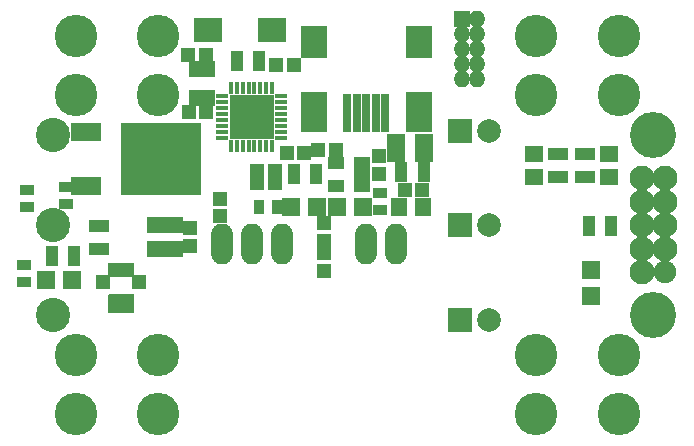
<source format=gts>
G04 #@! TF.GenerationSoftware,KiCad,Pcbnew,(5.0.0)*
G04 #@! TF.CreationDate,2018-11-03T21:02:49-02:30*
G04 #@! TF.ProjectId,DC-DC Board Micro,44432D444320426F617264204D696372,rev?*
G04 #@! TF.SameCoordinates,Original*
G04 #@! TF.FileFunction,Soldermask,Top*
G04 #@! TF.FilePolarity,Negative*
%FSLAX46Y46*%
G04 Gerber Fmt 4.6, Leading zero omitted, Abs format (unit mm)*
G04 Created by KiCad (PCBNEW (5.0.0)) date 11/03/18 21:02:49*
%MOMM*%
%LPD*%
G01*
G04 APERTURE LIST*
%ADD10R,1.600000X1.600000*%
%ADD11R,0.703200X3.303200*%
%ADD12R,2.203200X3.503200*%
%ADD13R,2.203200X2.703200*%
%ADD14R,2.000000X2.000000*%
%ADD15C,2.000000*%
%ADD16O,1.841500X3.479800*%
%ADD17R,1.650000X1.400000*%
%ADD18C,3.600000*%
%ADD19R,1.700000X1.100000*%
%ADD20R,1.100000X1.700000*%
%ADD21R,6.800000X6.200000*%
%ADD22R,2.600000X1.600000*%
%ADD23R,1.400000X1.650000*%
%ADD24R,1.200000X1.150000*%
%ADD25R,1.400000X1.400000*%
%ADD26O,1.400000X1.400000*%
%ADD27R,1.300000X0.900000*%
%ADD28R,1.250000X0.700000*%
%ADD29R,0.700000X1.250000*%
%ADD30C,0.100000*%
%ADD31C,1.200000*%
%ADD32C,1.900000*%
%ADD33C,2.100000*%
%ADD34C,3.900000*%
%ADD35C,2.900000*%
%ADD36R,1.460000X1.050000*%
%ADD37R,1.150000X1.200000*%
%ADD38R,0.900000X1.300000*%
%ADD39R,1.540000X2.430000*%
%ADD40R,2.400000X2.000000*%
%ADD41R,0.420000X0.990000*%
%ADD42R,0.990000X0.420000*%
%ADD43C,0.400000*%
%ADD44R,3.850000X3.850000*%
%ADD45R,2.200000X1.400000*%
G04 APERTURE END LIST*
D10*
G04 #@! TO.C,D1*
X74000000Y-54650000D03*
X76200000Y-54650000D03*
G04 #@! TD*
D11*
G04 #@! TO.C,J7*
X99492000Y-40500000D03*
X100292000Y-40500000D03*
X101092000Y-40500000D03*
X101892000Y-40500000D03*
X102692000Y-40500000D03*
D12*
X105542000Y-40400000D03*
X96642000Y-40400000D03*
D13*
X105542000Y-34500000D03*
X96642000Y-34500000D03*
G04 #@! TD*
D14*
G04 #@! TO.C,C7*
X109000000Y-50000000D03*
D15*
X111500000Y-50000000D03*
G04 #@! TD*
D16*
G04 #@! TO.C,J4*
X91440000Y-51562000D03*
X93980000Y-51562000D03*
X88900000Y-51562000D03*
G04 #@! TD*
D17*
G04 #@! TO.C,C4*
X121666000Y-45958000D03*
X121666000Y-43958000D03*
G04 #@! TD*
D18*
G04 #@! TO.C,J1*
X76495000Y-61000000D03*
X83505000Y-61000000D03*
X83505000Y-66000000D03*
X76495000Y-66000000D03*
G04 #@! TD*
G04 #@! TO.C,J2*
X76495000Y-34000000D03*
X83505000Y-34000000D03*
X83505000Y-39000000D03*
X76495000Y-39000000D03*
G04 #@! TD*
D17*
G04 #@! TO.C,C1*
X84800000Y-50000000D03*
X84800000Y-52000000D03*
G04 #@! TD*
G04 #@! TO.C,C2*
X83312000Y-50000000D03*
X83312000Y-52000000D03*
G04 #@! TD*
G04 #@! TO.C,C3*
X115316000Y-45958000D03*
X115316000Y-43958000D03*
G04 #@! TD*
D14*
G04 #@! TO.C,C6*
X109000000Y-58000000D03*
D15*
X111500000Y-58000000D03*
G04 #@! TD*
D14*
G04 #@! TO.C,C8*
X109000000Y-42000000D03*
D15*
X111500000Y-42000000D03*
G04 #@! TD*
D10*
G04 #@! TO.C,D3*
X100800000Y-48500000D03*
X98600000Y-48500000D03*
G04 #@! TD*
D19*
G04 #@! TO.C,R4*
X78486000Y-52004000D03*
X78486000Y-50104000D03*
G04 #@! TD*
G04 #@! TO.C,R6*
X117348000Y-45908000D03*
X117348000Y-44008000D03*
G04 #@! TD*
D20*
G04 #@! TO.C,R8*
X119954000Y-50038000D03*
X121854000Y-50038000D03*
G04 #@! TD*
D21*
G04 #@! TO.C,Q1*
X83700000Y-44400000D03*
D22*
X77400000Y-46680000D03*
X77400000Y-42120000D03*
G04 #@! TD*
D23*
G04 #@! TO.C,C5*
X105900000Y-48500000D03*
X103900000Y-48500000D03*
G04 #@! TD*
D24*
G04 #@! TO.C,C18*
X86000000Y-35600000D03*
X87500000Y-35600000D03*
G04 #@! TD*
G04 #@! TO.C,C19*
X87550000Y-40400000D03*
X86050000Y-40400000D03*
G04 #@! TD*
D10*
G04 #@! TO.C,D2*
X120142000Y-55964000D03*
X120142000Y-53764000D03*
G04 #@! TD*
G04 #@! TO.C,D4*
X94700000Y-48500000D03*
X96900000Y-48500000D03*
G04 #@! TD*
D16*
G04 #@! TO.C,J3*
X101092000Y-51562000D03*
X103632000Y-51562000D03*
G04 #@! TD*
D18*
G04 #@! TO.C,J5*
X122505000Y-66000000D03*
X115495000Y-66000000D03*
X115495000Y-61000000D03*
X122505000Y-61000000D03*
G04 #@! TD*
G04 #@! TO.C,J6*
X122505000Y-34000000D03*
X115495000Y-34000000D03*
X115495000Y-39000000D03*
X122505000Y-39000000D03*
G04 #@! TD*
D25*
G04 #@! TO.C,J8*
X109220000Y-32512000D03*
D26*
X110490000Y-32512000D03*
X109220000Y-33782000D03*
X110490000Y-33782000D03*
X109220000Y-35052000D03*
X110490000Y-35052000D03*
X109220000Y-36322000D03*
X110490000Y-36322000D03*
X109220000Y-37592000D03*
X110490000Y-37592000D03*
G04 #@! TD*
D20*
G04 #@! TO.C,L1*
X94950000Y-45700000D03*
X96850000Y-45700000D03*
G04 #@! TD*
G04 #@! TO.C,L2*
X105950000Y-45500000D03*
X104050000Y-45500000D03*
G04 #@! TD*
G04 #@! TO.C,R1*
X74488000Y-52578000D03*
X76388000Y-52578000D03*
G04 #@! TD*
D27*
G04 #@! TO.C,R2*
X72136000Y-53352000D03*
X72136000Y-54852000D03*
G04 #@! TD*
G04 #@! TO.C,R3*
X72390000Y-48490000D03*
X72390000Y-46990000D03*
G04 #@! TD*
G04 #@! TO.C,R5*
X75692000Y-48248000D03*
X75692000Y-46748000D03*
G04 #@! TD*
D19*
G04 #@! TO.C,R7*
X119634000Y-44008000D03*
X119634000Y-45908000D03*
G04 #@! TD*
D20*
G04 #@! TO.C,R10*
X92050000Y-36100000D03*
X90150000Y-36100000D03*
G04 #@! TD*
D28*
G04 #@! TO.C,U1*
X78840000Y-55040000D03*
X78840000Y-54540000D03*
D29*
X80090000Y-53790000D03*
X80590000Y-53790000D03*
X79590000Y-53790000D03*
X81090000Y-53790000D03*
D28*
X81840000Y-54540000D03*
X81840000Y-55040000D03*
D30*
G36*
X80277643Y-55805867D02*
X80295116Y-55808459D01*
X80312251Y-55812751D01*
X80328883Y-55818702D01*
X80344851Y-55826254D01*
X80360003Y-55835335D01*
X80374191Y-55845858D01*
X80387279Y-55857721D01*
X80399142Y-55870809D01*
X80409665Y-55884997D01*
X80418746Y-55900149D01*
X80426298Y-55916117D01*
X80432249Y-55932749D01*
X80436541Y-55949884D01*
X80439133Y-55967357D01*
X80440000Y-55985000D01*
X80440000Y-57295000D01*
X80439133Y-57312643D01*
X80436541Y-57330116D01*
X80432249Y-57347251D01*
X80426298Y-57363883D01*
X80418746Y-57379851D01*
X80409665Y-57395003D01*
X80399142Y-57409191D01*
X80387279Y-57422279D01*
X80374191Y-57434142D01*
X80360003Y-57444665D01*
X80344851Y-57453746D01*
X80328883Y-57461298D01*
X80312251Y-57467249D01*
X80295116Y-57471541D01*
X80277643Y-57474133D01*
X80260000Y-57475000D01*
X79420000Y-57475000D01*
X79402357Y-57474133D01*
X79384884Y-57471541D01*
X79367749Y-57467249D01*
X79351117Y-57461298D01*
X79335149Y-57453746D01*
X79319997Y-57444665D01*
X79305809Y-57434142D01*
X79292721Y-57422279D01*
X79280858Y-57409191D01*
X79270335Y-57395003D01*
X79261254Y-57379851D01*
X79253702Y-57363883D01*
X79247751Y-57347251D01*
X79243459Y-57330116D01*
X79240867Y-57312643D01*
X79240000Y-57295000D01*
X79240000Y-55985000D01*
X79240867Y-55967357D01*
X79243459Y-55949884D01*
X79247751Y-55932749D01*
X79253702Y-55916117D01*
X79261254Y-55900149D01*
X79270335Y-55884997D01*
X79280858Y-55870809D01*
X79292721Y-55857721D01*
X79305809Y-55845858D01*
X79319997Y-55835335D01*
X79335149Y-55826254D01*
X79351117Y-55818702D01*
X79367749Y-55812751D01*
X79384884Y-55808459D01*
X79402357Y-55805867D01*
X79420000Y-55805000D01*
X80260000Y-55805000D01*
X80277643Y-55805867D01*
X80277643Y-55805867D01*
G37*
D31*
X79840000Y-56640000D03*
D30*
G36*
X81277643Y-55805867D02*
X81295116Y-55808459D01*
X81312251Y-55812751D01*
X81328883Y-55818702D01*
X81344851Y-55826254D01*
X81360003Y-55835335D01*
X81374191Y-55845858D01*
X81387279Y-55857721D01*
X81399142Y-55870809D01*
X81409665Y-55884997D01*
X81418746Y-55900149D01*
X81426298Y-55916117D01*
X81432249Y-55932749D01*
X81436541Y-55949884D01*
X81439133Y-55967357D01*
X81440000Y-55985000D01*
X81440000Y-57295000D01*
X81439133Y-57312643D01*
X81436541Y-57330116D01*
X81432249Y-57347251D01*
X81426298Y-57363883D01*
X81418746Y-57379851D01*
X81409665Y-57395003D01*
X81399142Y-57409191D01*
X81387279Y-57422279D01*
X81374191Y-57434142D01*
X81360003Y-57444665D01*
X81344851Y-57453746D01*
X81328883Y-57461298D01*
X81312251Y-57467249D01*
X81295116Y-57471541D01*
X81277643Y-57474133D01*
X81260000Y-57475000D01*
X80420000Y-57475000D01*
X80402357Y-57474133D01*
X80384884Y-57471541D01*
X80367749Y-57467249D01*
X80351117Y-57461298D01*
X80335149Y-57453746D01*
X80319997Y-57444665D01*
X80305809Y-57434142D01*
X80292721Y-57422279D01*
X80280858Y-57409191D01*
X80270335Y-57395003D01*
X80261254Y-57379851D01*
X80253702Y-57363883D01*
X80247751Y-57347251D01*
X80243459Y-57330116D01*
X80240867Y-57312643D01*
X80240000Y-57295000D01*
X80240000Y-55985000D01*
X80240867Y-55967357D01*
X80243459Y-55949884D01*
X80247751Y-55932749D01*
X80253702Y-55916117D01*
X80261254Y-55900149D01*
X80270335Y-55884997D01*
X80280858Y-55870809D01*
X80292721Y-55857721D01*
X80305809Y-55845858D01*
X80319997Y-55835335D01*
X80335149Y-55826254D01*
X80351117Y-55818702D01*
X80367749Y-55812751D01*
X80384884Y-55808459D01*
X80402357Y-55805867D01*
X80420000Y-55805000D01*
X81260000Y-55805000D01*
X81277643Y-55805867D01*
X81277643Y-55805867D01*
G37*
D31*
X80840000Y-56640000D03*
G04 #@! TD*
D32*
G04 #@! TO.C,U2*
X126400000Y-54000000D03*
D33*
X124400000Y-54000000D03*
X124400000Y-52000000D03*
X126400000Y-52000000D03*
X124400000Y-50000000D03*
X126400000Y-50000000D03*
X126400000Y-48000000D03*
X124400000Y-48000000D03*
X126400000Y-46000000D03*
X124400000Y-46000000D03*
D34*
X125400000Y-57620000D03*
X125400000Y-42380000D03*
D35*
X74600000Y-57620000D03*
X74600000Y-50000000D03*
X74600000Y-42380000D03*
G04 #@! TD*
D36*
G04 #@! TO.C,U3*
X98500000Y-46650000D03*
X98500000Y-44750000D03*
X100700000Y-44750000D03*
X100700000Y-45700000D03*
X100700000Y-46650000D03*
G04 #@! TD*
D37*
G04 #@! TO.C,C9*
X97500000Y-51350000D03*
X97500000Y-49850000D03*
G04 #@! TD*
D24*
G04 #@! TO.C,C10*
X95850000Y-43900000D03*
X94350000Y-43900000D03*
G04 #@! TD*
G04 #@! TO.C,C11*
X98550000Y-43600000D03*
X97050000Y-43600000D03*
G04 #@! TD*
G04 #@! TO.C,C12*
X93350000Y-46400000D03*
X91850000Y-46400000D03*
G04 #@! TD*
G04 #@! TO.C,C13*
X91850000Y-45400000D03*
X93350000Y-45400000D03*
G04 #@! TD*
G04 #@! TO.C,C14*
X104350000Y-47000000D03*
X105850000Y-47000000D03*
G04 #@! TD*
D37*
G04 #@! TO.C,C15*
X102200000Y-44150000D03*
X102200000Y-45650000D03*
G04 #@! TD*
G04 #@! TO.C,C16*
X86200000Y-50250000D03*
X86200000Y-51750000D03*
G04 #@! TD*
G04 #@! TO.C,C17*
X97500000Y-52350000D03*
X97500000Y-53850000D03*
G04 #@! TD*
G04 #@! TO.C,C20*
X88700000Y-47750000D03*
X88700000Y-49250000D03*
G04 #@! TD*
D24*
G04 #@! TO.C,C21*
X94950000Y-36400000D03*
X93450000Y-36400000D03*
G04 #@! TD*
D27*
G04 #@! TO.C,R9*
X102300000Y-48750000D03*
X102300000Y-47250000D03*
G04 #@! TD*
D38*
G04 #@! TO.C,R11*
X92050000Y-48500000D03*
X93550000Y-48500000D03*
G04 #@! TD*
D39*
G04 #@! TO.C,F1*
X103600000Y-43500000D03*
X106000000Y-43500000D03*
G04 #@! TD*
D40*
G04 #@! TO.C,SW1*
X87700000Y-33500000D03*
X93100000Y-33500000D03*
G04 #@! TD*
D41*
G04 #@! TO.C,U4*
X89630000Y-38375000D03*
X90130000Y-38375000D03*
X90630000Y-38375000D03*
X91130000Y-38375000D03*
X91630000Y-38375000D03*
X92130000Y-38375000D03*
X92630000Y-38375000D03*
D42*
X93855000Y-39100000D03*
X93855000Y-39600000D03*
X93855000Y-40100000D03*
X93855000Y-40600000D03*
X93855000Y-41100000D03*
X93855000Y-41600000D03*
X93855000Y-42100000D03*
D41*
X93130000Y-43325000D03*
X92630000Y-43325000D03*
X92130000Y-43325000D03*
X91630000Y-43325000D03*
X91130000Y-43325000D03*
X90630000Y-43325000D03*
X90130000Y-43325000D03*
D42*
X88905000Y-42600000D03*
X88905000Y-42100000D03*
X88905000Y-41600000D03*
X88905000Y-41100000D03*
X88905000Y-40600000D03*
X88905000Y-40100000D03*
X88905000Y-39600000D03*
X88905000Y-39100000D03*
D43*
X90380000Y-41850000D03*
X90380000Y-40850000D03*
X90380000Y-39850000D03*
X91380000Y-41850000D03*
X91380000Y-40849999D03*
X91380000Y-39850000D03*
X92380000Y-41850000D03*
X92380000Y-40850000D03*
X92380000Y-39850000D03*
D44*
X91380000Y-40849999D03*
D41*
X89630000Y-43325000D03*
D42*
X93855000Y-42600000D03*
D41*
X93130000Y-38375000D03*
G04 #@! TD*
D45*
G04 #@! TO.C,Y1*
X87200000Y-36750000D03*
X87200000Y-39250000D03*
G04 #@! TD*
M02*

</source>
